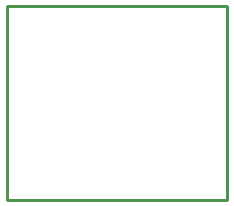
<source format=gko>
G04 EAGLE Gerber X2 export*
%TF.Part,Single*%
%TF.FileFunction,Profile,NP*%
%TF.FilePolarity,Positive*%
%TF.GenerationSoftware,Autodesk,EAGLE,9.4.0*%
%TF.CreationDate,2019-05-08T17:19:32Z*%
G75*
%MOMM*%
%FSLAX34Y34*%
%LPD*%
%IN*%
%AMOC8*
5,1,8,0,0,1.08239X$1,22.5*%
G01*
%ADD10C,0.254000*%


D10*
X21590Y8890D02*
X207520Y8890D01*
X207520Y172620D01*
X21590Y172620D01*
X21590Y8890D01*
M02*

</source>
